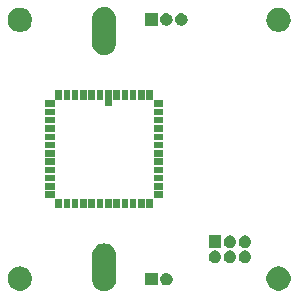
<source format=gbr>
G04 #@! TF.GenerationSoftware,KiCad,Pcbnew,(5.1.6)-1*
G04 #@! TF.CreationDate,2020-09-01T21:36:02-07:00*
G04 #@! TF.ProjectId,MiniCAM,4d696e69-4341-44d2-9e6b-696361645f70,rev?*
G04 #@! TF.SameCoordinates,Original*
G04 #@! TF.FileFunction,Soldermask,Bot*
G04 #@! TF.FilePolarity,Negative*
%FSLAX46Y46*%
G04 Gerber Fmt 4.6, Leading zero omitted, Abs format (unit mm)*
G04 Created by KiCad (PCBNEW (5.1.6)-1) date 2020-09-01 21:36:02*
%MOMM*%
%LPD*%
G01*
G04 APERTURE LIST*
%ADD10C,0.100000*%
G04 APERTURE END LIST*
D10*
G36*
X110691012Y-46089437D02*
G01*
X110884301Y-46148071D01*
X110884304Y-46148072D01*
X111062440Y-46243287D01*
X111218576Y-46371424D01*
X111346713Y-46527560D01*
X111441928Y-46705695D01*
X111441928Y-46705696D01*
X111441929Y-46705698D01*
X111500563Y-46898987D01*
X111515400Y-47049630D01*
X111515400Y-49150370D01*
X111500563Y-49301013D01*
X111455998Y-49447923D01*
X111441928Y-49494305D01*
X111346713Y-49672440D01*
X111218576Y-49828576D01*
X111062440Y-49956713D01*
X110884305Y-50051928D01*
X110884302Y-50051929D01*
X110691013Y-50110563D01*
X110490000Y-50130361D01*
X110288988Y-50110563D01*
X110095699Y-50051929D01*
X110095696Y-50051928D01*
X109917561Y-49956713D01*
X109761425Y-49828576D01*
X109633288Y-49672440D01*
X109538073Y-49494305D01*
X109524003Y-49447923D01*
X109479438Y-49301013D01*
X109464601Y-49150370D01*
X109464600Y-47049631D01*
X109479437Y-46898988D01*
X109538071Y-46705699D01*
X109538072Y-46705696D01*
X109633287Y-46527560D01*
X109761424Y-46371424D01*
X109917560Y-46243287D01*
X110095695Y-46148072D01*
X110095698Y-46148071D01*
X110288987Y-46089437D01*
X110490000Y-46069639D01*
X110691012Y-46089437D01*
G37*
G36*
X125400519Y-48034451D02*
G01*
X125549101Y-48064006D01*
X125735710Y-48141302D01*
X125903650Y-48253516D01*
X126046484Y-48396350D01*
X126158698Y-48564290D01*
X126235994Y-48750899D01*
X126275400Y-48949008D01*
X126275400Y-49150992D01*
X126235994Y-49349101D01*
X126158698Y-49535710D01*
X126046484Y-49703650D01*
X125903650Y-49846484D01*
X125735710Y-49958698D01*
X125549101Y-50035994D01*
X125400519Y-50065548D01*
X125350993Y-50075400D01*
X125149007Y-50075400D01*
X125099481Y-50065548D01*
X124950899Y-50035994D01*
X124764290Y-49958698D01*
X124596350Y-49846484D01*
X124453516Y-49703650D01*
X124341302Y-49535710D01*
X124264006Y-49349101D01*
X124224600Y-49150992D01*
X124224600Y-48949008D01*
X124264006Y-48750899D01*
X124341302Y-48564290D01*
X124453516Y-48396350D01*
X124596350Y-48253516D01*
X124764290Y-48141302D01*
X124950899Y-48064006D01*
X125099481Y-48034451D01*
X125149007Y-48024600D01*
X125350993Y-48024600D01*
X125400519Y-48034451D01*
G37*
G36*
X103500519Y-48034451D02*
G01*
X103649101Y-48064006D01*
X103835710Y-48141302D01*
X104003650Y-48253516D01*
X104146484Y-48396350D01*
X104258698Y-48564290D01*
X104335994Y-48750899D01*
X104375400Y-48949008D01*
X104375400Y-49150992D01*
X104335994Y-49349101D01*
X104258698Y-49535710D01*
X104146484Y-49703650D01*
X104003650Y-49846484D01*
X103835710Y-49958698D01*
X103649101Y-50035994D01*
X103500519Y-50065548D01*
X103450993Y-50075400D01*
X103249007Y-50075400D01*
X103199481Y-50065548D01*
X103050899Y-50035994D01*
X102864290Y-49958698D01*
X102696350Y-49846484D01*
X102553516Y-49703650D01*
X102441302Y-49535710D01*
X102364006Y-49349101D01*
X102324600Y-49150992D01*
X102324600Y-48949008D01*
X102364006Y-48750899D01*
X102441302Y-48564290D01*
X102553516Y-48396350D01*
X102696350Y-48253516D01*
X102864290Y-48141302D01*
X103050899Y-48064006D01*
X103199481Y-48034451D01*
X103249007Y-48024600D01*
X103450993Y-48024600D01*
X103500519Y-48034451D01*
G37*
G36*
X115845582Y-48594330D02*
G01*
X115913255Y-48607791D01*
X116008870Y-48647397D01*
X116094923Y-48704895D01*
X116168105Y-48778077D01*
X116168108Y-48778082D01*
X116225603Y-48864130D01*
X116265209Y-48959745D01*
X116285400Y-49061254D01*
X116285400Y-49164746D01*
X116265209Y-49266255D01*
X116250811Y-49301013D01*
X116225603Y-49361870D01*
X116168105Y-49447923D01*
X116094923Y-49521105D01*
X116008870Y-49578603D01*
X115913255Y-49618209D01*
X115845582Y-49631670D01*
X115811747Y-49638400D01*
X115708253Y-49638400D01*
X115674418Y-49631670D01*
X115606745Y-49618209D01*
X115511130Y-49578603D01*
X115425077Y-49521105D01*
X115351895Y-49447923D01*
X115294397Y-49361870D01*
X115269189Y-49301013D01*
X115254791Y-49266255D01*
X115234600Y-49164746D01*
X115234600Y-49061254D01*
X115254791Y-48959745D01*
X115294397Y-48864130D01*
X115351892Y-48778082D01*
X115351895Y-48778077D01*
X115425077Y-48704895D01*
X115511130Y-48647397D01*
X115606745Y-48607791D01*
X115674418Y-48594330D01*
X115708253Y-48587600D01*
X115811747Y-48587600D01*
X115845582Y-48594330D01*
G37*
G36*
X115015400Y-49638400D02*
G01*
X113964600Y-49638400D01*
X113964600Y-48587600D01*
X115015400Y-48587600D01*
X115015400Y-49638400D01*
G37*
G36*
X121218182Y-46674530D02*
G01*
X121285855Y-46687991D01*
X121381470Y-46727597D01*
X121467523Y-46785095D01*
X121540705Y-46858277D01*
X121540708Y-46858282D01*
X121598203Y-46944330D01*
X121637809Y-47039945D01*
X121658000Y-47141454D01*
X121658000Y-47244946D01*
X121637809Y-47346455D01*
X121598203Y-47442070D01*
X121540705Y-47528123D01*
X121467523Y-47601305D01*
X121381470Y-47658803D01*
X121285855Y-47698409D01*
X121218182Y-47711870D01*
X121184347Y-47718600D01*
X121080853Y-47718600D01*
X121047018Y-47711870D01*
X120979345Y-47698409D01*
X120883730Y-47658803D01*
X120797677Y-47601305D01*
X120724495Y-47528123D01*
X120666997Y-47442070D01*
X120627391Y-47346455D01*
X120607200Y-47244946D01*
X120607200Y-47141454D01*
X120627391Y-47039945D01*
X120666997Y-46944330D01*
X120724492Y-46858282D01*
X120724495Y-46858277D01*
X120797677Y-46785095D01*
X120883730Y-46727597D01*
X120979345Y-46687991D01*
X121047018Y-46674530D01*
X121080853Y-46667800D01*
X121184347Y-46667800D01*
X121218182Y-46674530D01*
G37*
G36*
X119948182Y-46674530D02*
G01*
X120015855Y-46687991D01*
X120111470Y-46727597D01*
X120197523Y-46785095D01*
X120270705Y-46858277D01*
X120270708Y-46858282D01*
X120328203Y-46944330D01*
X120367809Y-47039945D01*
X120388000Y-47141454D01*
X120388000Y-47244946D01*
X120367809Y-47346455D01*
X120328203Y-47442070D01*
X120270705Y-47528123D01*
X120197523Y-47601305D01*
X120111470Y-47658803D01*
X120015855Y-47698409D01*
X119948182Y-47711870D01*
X119914347Y-47718600D01*
X119810853Y-47718600D01*
X119777018Y-47711870D01*
X119709345Y-47698409D01*
X119613730Y-47658803D01*
X119527677Y-47601305D01*
X119454495Y-47528123D01*
X119396997Y-47442070D01*
X119357391Y-47346455D01*
X119337200Y-47244946D01*
X119337200Y-47141454D01*
X119357391Y-47039945D01*
X119396997Y-46944330D01*
X119454492Y-46858282D01*
X119454495Y-46858277D01*
X119527677Y-46785095D01*
X119613730Y-46727597D01*
X119709345Y-46687991D01*
X119777018Y-46674530D01*
X119810853Y-46667800D01*
X119914347Y-46667800D01*
X119948182Y-46674530D01*
G37*
G36*
X122488182Y-46674530D02*
G01*
X122555855Y-46687991D01*
X122651470Y-46727597D01*
X122737523Y-46785095D01*
X122810705Y-46858277D01*
X122810708Y-46858282D01*
X122868203Y-46944330D01*
X122907809Y-47039945D01*
X122928000Y-47141454D01*
X122928000Y-47244946D01*
X122907809Y-47346455D01*
X122868203Y-47442070D01*
X122810705Y-47528123D01*
X122737523Y-47601305D01*
X122651470Y-47658803D01*
X122555855Y-47698409D01*
X122488182Y-47711870D01*
X122454347Y-47718600D01*
X122350853Y-47718600D01*
X122317018Y-47711870D01*
X122249345Y-47698409D01*
X122153730Y-47658803D01*
X122067677Y-47601305D01*
X121994495Y-47528123D01*
X121936997Y-47442070D01*
X121897391Y-47346455D01*
X121877200Y-47244946D01*
X121877200Y-47141454D01*
X121897391Y-47039945D01*
X121936997Y-46944330D01*
X121994492Y-46858282D01*
X121994495Y-46858277D01*
X122067677Y-46785095D01*
X122153730Y-46727597D01*
X122249345Y-46687991D01*
X122317018Y-46674530D01*
X122350853Y-46667800D01*
X122454347Y-46667800D01*
X122488182Y-46674530D01*
G37*
G36*
X122488182Y-45404530D02*
G01*
X122555855Y-45417991D01*
X122651470Y-45457597D01*
X122737523Y-45515095D01*
X122810705Y-45588277D01*
X122810708Y-45588282D01*
X122868203Y-45674330D01*
X122907809Y-45769945D01*
X122928000Y-45871454D01*
X122928000Y-45974946D01*
X122907809Y-46076455D01*
X122868203Y-46172070D01*
X122810705Y-46258123D01*
X122737523Y-46331305D01*
X122677480Y-46371424D01*
X122651470Y-46388803D01*
X122555855Y-46428409D01*
X122488182Y-46441870D01*
X122454347Y-46448600D01*
X122350853Y-46448600D01*
X122317018Y-46441870D01*
X122249345Y-46428409D01*
X122153730Y-46388803D01*
X122127720Y-46371424D01*
X122067677Y-46331305D01*
X121994495Y-46258123D01*
X121936997Y-46172070D01*
X121897391Y-46076455D01*
X121877200Y-45974946D01*
X121877200Y-45871454D01*
X121897391Y-45769945D01*
X121936997Y-45674330D01*
X121994492Y-45588282D01*
X121994495Y-45588277D01*
X122067677Y-45515095D01*
X122153730Y-45457597D01*
X122249345Y-45417991D01*
X122317018Y-45404530D01*
X122350853Y-45397800D01*
X122454347Y-45397800D01*
X122488182Y-45404530D01*
G37*
G36*
X120388000Y-46448600D02*
G01*
X119337200Y-46448600D01*
X119337200Y-45397800D01*
X120388000Y-45397800D01*
X120388000Y-46448600D01*
G37*
G36*
X121218182Y-45404530D02*
G01*
X121285855Y-45417991D01*
X121381470Y-45457597D01*
X121467523Y-45515095D01*
X121540705Y-45588277D01*
X121540708Y-45588282D01*
X121598203Y-45674330D01*
X121637809Y-45769945D01*
X121658000Y-45871454D01*
X121658000Y-45974946D01*
X121637809Y-46076455D01*
X121598203Y-46172070D01*
X121540705Y-46258123D01*
X121467523Y-46331305D01*
X121407480Y-46371424D01*
X121381470Y-46388803D01*
X121285855Y-46428409D01*
X121218182Y-46441870D01*
X121184347Y-46448600D01*
X121080853Y-46448600D01*
X121047018Y-46441870D01*
X120979345Y-46428409D01*
X120883730Y-46388803D01*
X120857720Y-46371424D01*
X120797677Y-46331305D01*
X120724495Y-46258123D01*
X120666997Y-46172070D01*
X120627391Y-46076455D01*
X120607200Y-45974946D01*
X120607200Y-45871454D01*
X120627391Y-45769945D01*
X120666997Y-45674330D01*
X120724492Y-45588282D01*
X120724495Y-45588277D01*
X120797677Y-45515095D01*
X120883730Y-45457597D01*
X120979345Y-45417991D01*
X121047018Y-45404530D01*
X121080853Y-45397800D01*
X121184347Y-45397800D01*
X121218182Y-45404530D01*
G37*
G36*
X109015400Y-43080400D02*
G01*
X108464600Y-43080400D01*
X108464600Y-42289600D01*
X109015400Y-42289600D01*
X109015400Y-43080400D01*
G37*
G36*
X114615400Y-43080400D02*
G01*
X114064600Y-43080400D01*
X114064600Y-42289600D01*
X114615400Y-42289600D01*
X114615400Y-43080400D01*
G37*
G36*
X112515400Y-43080400D02*
G01*
X111964600Y-43080400D01*
X111964600Y-42289600D01*
X112515400Y-42289600D01*
X112515400Y-43080400D01*
G37*
G36*
X111115400Y-43080400D02*
G01*
X110564600Y-43080400D01*
X110564600Y-42289600D01*
X111115400Y-42289600D01*
X111115400Y-43080400D01*
G37*
G36*
X110415400Y-43080400D02*
G01*
X109864600Y-43080400D01*
X109864600Y-42289600D01*
X110415400Y-42289600D01*
X110415400Y-43080400D01*
G37*
G36*
X109715400Y-43080400D02*
G01*
X109164600Y-43080400D01*
X109164600Y-42289600D01*
X109715400Y-42289600D01*
X109715400Y-43080400D01*
G37*
G36*
X108315400Y-43080400D02*
G01*
X107764600Y-43080400D01*
X107764600Y-42289600D01*
X108315400Y-42289600D01*
X108315400Y-43080400D01*
G37*
G36*
X107615400Y-43080400D02*
G01*
X107064600Y-43080400D01*
X107064600Y-42289600D01*
X107615400Y-42289600D01*
X107615400Y-43080400D01*
G37*
G36*
X106915400Y-43080400D02*
G01*
X106364600Y-43080400D01*
X106364600Y-42289600D01*
X106915400Y-42289600D01*
X106915400Y-43080400D01*
G37*
G36*
X113915400Y-43080400D02*
G01*
X113364600Y-43080400D01*
X113364600Y-42289600D01*
X113915400Y-42289600D01*
X113915400Y-43080400D01*
G37*
G36*
X111815400Y-43080400D02*
G01*
X111264600Y-43080400D01*
X111264600Y-42289600D01*
X111815400Y-42289600D01*
X111815400Y-43080400D01*
G37*
G36*
X113215400Y-43080400D02*
G01*
X112664600Y-43080400D01*
X112664600Y-42289600D01*
X113215400Y-42289600D01*
X113215400Y-43080400D01*
G37*
G36*
X106300400Y-42225400D02*
G01*
X105509600Y-42225400D01*
X105509600Y-41674600D01*
X106300400Y-41674600D01*
X106300400Y-42225400D01*
G37*
G36*
X115470400Y-42225400D02*
G01*
X114679600Y-42225400D01*
X114679600Y-41674600D01*
X115470400Y-41674600D01*
X115470400Y-42225400D01*
G37*
G36*
X115470400Y-41525400D02*
G01*
X114679600Y-41525400D01*
X114679600Y-40974600D01*
X115470400Y-40974600D01*
X115470400Y-41525400D01*
G37*
G36*
X106300400Y-41525400D02*
G01*
X105509600Y-41525400D01*
X105509600Y-40974600D01*
X106300400Y-40974600D01*
X106300400Y-41525400D01*
G37*
G36*
X115470400Y-40825400D02*
G01*
X114679600Y-40825400D01*
X114679600Y-40274600D01*
X115470400Y-40274600D01*
X115470400Y-40825400D01*
G37*
G36*
X106300400Y-40825400D02*
G01*
X105509600Y-40825400D01*
X105509600Y-40274600D01*
X106300400Y-40274600D01*
X106300400Y-40825400D01*
G37*
G36*
X115470400Y-40125400D02*
G01*
X114679600Y-40125400D01*
X114679600Y-39574600D01*
X115470400Y-39574600D01*
X115470400Y-40125400D01*
G37*
G36*
X106300400Y-40125400D02*
G01*
X105509600Y-40125400D01*
X105509600Y-39574600D01*
X106300400Y-39574600D01*
X106300400Y-40125400D01*
G37*
G36*
X106300400Y-39425400D02*
G01*
X105509600Y-39425400D01*
X105509600Y-38874600D01*
X106300400Y-38874600D01*
X106300400Y-39425400D01*
G37*
G36*
X115470400Y-39425400D02*
G01*
X114679600Y-39425400D01*
X114679600Y-38874600D01*
X115470400Y-38874600D01*
X115470400Y-39425400D01*
G37*
G36*
X106300400Y-38725400D02*
G01*
X105509600Y-38725400D01*
X105509600Y-38174600D01*
X106300400Y-38174600D01*
X106300400Y-38725400D01*
G37*
G36*
X115470400Y-38725400D02*
G01*
X114679600Y-38725400D01*
X114679600Y-38174600D01*
X115470400Y-38174600D01*
X115470400Y-38725400D01*
G37*
G36*
X115470400Y-38025400D02*
G01*
X114679600Y-38025400D01*
X114679600Y-37474600D01*
X115470400Y-37474600D01*
X115470400Y-38025400D01*
G37*
G36*
X106300400Y-38025400D02*
G01*
X105509600Y-38025400D01*
X105509600Y-37474600D01*
X106300400Y-37474600D01*
X106300400Y-38025400D01*
G37*
G36*
X115470400Y-37325400D02*
G01*
X114679600Y-37325400D01*
X114679600Y-36774600D01*
X115470400Y-36774600D01*
X115470400Y-37325400D01*
G37*
G36*
X106300400Y-37325400D02*
G01*
X105509600Y-37325400D01*
X105509600Y-36774600D01*
X106300400Y-36774600D01*
X106300400Y-37325400D01*
G37*
G36*
X115470400Y-36625400D02*
G01*
X114679600Y-36625400D01*
X114679600Y-36074600D01*
X115470400Y-36074600D01*
X115470400Y-36625400D01*
G37*
G36*
X106300400Y-36625400D02*
G01*
X105509600Y-36625400D01*
X105509600Y-36074600D01*
X106300400Y-36074600D01*
X106300400Y-36625400D01*
G37*
G36*
X115470400Y-35925400D02*
G01*
X114679600Y-35925400D01*
X114679600Y-35374600D01*
X115470400Y-35374600D01*
X115470400Y-35925400D01*
G37*
G36*
X106300400Y-35925400D02*
G01*
X105509600Y-35925400D01*
X105509600Y-35374600D01*
X106300400Y-35374600D01*
X106300400Y-35925400D01*
G37*
G36*
X115470400Y-35225400D02*
G01*
X114679600Y-35225400D01*
X114679600Y-34674600D01*
X115470400Y-34674600D01*
X115470400Y-35225400D01*
G37*
G36*
X106300400Y-35225400D02*
G01*
X105509600Y-35225400D01*
X105509600Y-34674600D01*
X106300400Y-34674600D01*
X106300400Y-35225400D01*
G37*
G36*
X115470400Y-34525400D02*
G01*
X114679600Y-34525400D01*
X114679600Y-33974600D01*
X115470400Y-33974600D01*
X115470400Y-34525400D01*
G37*
G36*
X106300400Y-34525400D02*
G01*
X105509600Y-34525400D01*
X105509600Y-33974600D01*
X106300400Y-33974600D01*
X106300400Y-34525400D01*
G37*
G36*
X111115400Y-34418400D02*
G01*
X110564600Y-34418400D01*
X110564600Y-33119600D01*
X111115400Y-33119600D01*
X111115400Y-34418400D01*
G37*
G36*
X109015400Y-33910400D02*
G01*
X108464600Y-33910400D01*
X108464600Y-33119600D01*
X109015400Y-33119600D01*
X109015400Y-33910400D01*
G37*
G36*
X108315400Y-33910400D02*
G01*
X107764600Y-33910400D01*
X107764600Y-33119600D01*
X108315400Y-33119600D01*
X108315400Y-33910400D01*
G37*
G36*
X107615400Y-33910400D02*
G01*
X107064600Y-33910400D01*
X107064600Y-33119600D01*
X107615400Y-33119600D01*
X107615400Y-33910400D01*
G37*
G36*
X114615400Y-33910400D02*
G01*
X114064600Y-33910400D01*
X114064600Y-33119600D01*
X114615400Y-33119600D01*
X114615400Y-33910400D01*
G37*
G36*
X113915400Y-33910400D02*
G01*
X113364600Y-33910400D01*
X113364600Y-33119600D01*
X113915400Y-33119600D01*
X113915400Y-33910400D01*
G37*
G36*
X113215400Y-33910400D02*
G01*
X112664600Y-33910400D01*
X112664600Y-33119600D01*
X113215400Y-33119600D01*
X113215400Y-33910400D01*
G37*
G36*
X112515400Y-33910400D02*
G01*
X111964600Y-33910400D01*
X111964600Y-33119600D01*
X112515400Y-33119600D01*
X112515400Y-33910400D01*
G37*
G36*
X111815400Y-33910400D02*
G01*
X111264600Y-33910400D01*
X111264600Y-33119600D01*
X111815400Y-33119600D01*
X111815400Y-33910400D01*
G37*
G36*
X110415400Y-33910400D02*
G01*
X109864600Y-33910400D01*
X109864600Y-33119600D01*
X110415400Y-33119600D01*
X110415400Y-33910400D01*
G37*
G36*
X106915400Y-33910400D02*
G01*
X106364600Y-33910400D01*
X106364600Y-33119600D01*
X106915400Y-33119600D01*
X106915400Y-33910400D01*
G37*
G36*
X109715400Y-33910400D02*
G01*
X109164600Y-33910400D01*
X109164600Y-33119600D01*
X109715400Y-33119600D01*
X109715400Y-33910400D01*
G37*
G36*
X110691012Y-26089437D02*
G01*
X110884301Y-26148071D01*
X110884304Y-26148072D01*
X111062440Y-26243287D01*
X111218576Y-26371424D01*
X111346713Y-26527560D01*
X111441928Y-26705695D01*
X111441928Y-26705696D01*
X111441929Y-26705698D01*
X111500563Y-26898987D01*
X111515400Y-27049630D01*
X111515400Y-29150370D01*
X111500563Y-29301013D01*
X111441929Y-29494302D01*
X111441928Y-29494305D01*
X111346713Y-29672440D01*
X111218576Y-29828576D01*
X111062440Y-29956713D01*
X110884305Y-30051928D01*
X110884302Y-30051929D01*
X110691013Y-30110563D01*
X110490000Y-30130361D01*
X110288988Y-30110563D01*
X110095699Y-30051929D01*
X110095696Y-30051928D01*
X109917561Y-29956713D01*
X109761425Y-29828576D01*
X109633288Y-29672440D01*
X109538073Y-29494305D01*
X109538072Y-29494302D01*
X109479438Y-29301013D01*
X109464601Y-29150370D01*
X109464600Y-27049631D01*
X109479437Y-26898988D01*
X109538071Y-26705699D01*
X109538072Y-26705696D01*
X109633287Y-26527560D01*
X109761424Y-26371424D01*
X109917560Y-26243287D01*
X110095695Y-26148072D01*
X110095698Y-26148071D01*
X110288987Y-26089437D01*
X110490000Y-26069639D01*
X110691012Y-26089437D01*
G37*
G36*
X103500519Y-26134452D02*
G01*
X103649101Y-26164006D01*
X103835710Y-26241302D01*
X104003650Y-26353516D01*
X104146484Y-26496350D01*
X104258698Y-26664290D01*
X104335994Y-26850899D01*
X104357645Y-26959747D01*
X104375400Y-27049007D01*
X104375400Y-27250993D01*
X104372364Y-27266255D01*
X104335994Y-27449101D01*
X104258698Y-27635710D01*
X104146484Y-27803650D01*
X104003650Y-27946484D01*
X103835710Y-28058698D01*
X103649101Y-28135994D01*
X103500519Y-28165549D01*
X103450993Y-28175400D01*
X103249007Y-28175400D01*
X103199481Y-28165549D01*
X103050899Y-28135994D01*
X102864290Y-28058698D01*
X102696350Y-27946484D01*
X102553516Y-27803650D01*
X102441302Y-27635710D01*
X102364006Y-27449101D01*
X102327636Y-27266255D01*
X102324600Y-27250993D01*
X102324600Y-27049007D01*
X102342355Y-26959747D01*
X102364006Y-26850899D01*
X102441302Y-26664290D01*
X102553516Y-26496350D01*
X102696350Y-26353516D01*
X102864290Y-26241302D01*
X103050899Y-26164006D01*
X103199481Y-26134452D01*
X103249007Y-26124600D01*
X103450993Y-26124600D01*
X103500519Y-26134452D01*
G37*
G36*
X125400519Y-26134452D02*
G01*
X125549101Y-26164006D01*
X125735710Y-26241302D01*
X125903650Y-26353516D01*
X126046484Y-26496350D01*
X126158698Y-26664290D01*
X126235994Y-26850899D01*
X126257645Y-26959747D01*
X126275400Y-27049007D01*
X126275400Y-27250993D01*
X126272364Y-27266255D01*
X126235994Y-27449101D01*
X126158698Y-27635710D01*
X126046484Y-27803650D01*
X125903650Y-27946484D01*
X125735710Y-28058698D01*
X125549101Y-28135994D01*
X125400519Y-28165549D01*
X125350993Y-28175400D01*
X125149007Y-28175400D01*
X125099481Y-28165549D01*
X124950899Y-28135994D01*
X124764290Y-28058698D01*
X124596350Y-27946484D01*
X124453516Y-27803650D01*
X124341302Y-27635710D01*
X124264006Y-27449101D01*
X124227636Y-27266255D01*
X124224600Y-27250993D01*
X124224600Y-27049007D01*
X124242355Y-26959747D01*
X124264006Y-26850899D01*
X124341302Y-26664290D01*
X124453516Y-26496350D01*
X124596350Y-26353516D01*
X124764290Y-26241302D01*
X124950899Y-26164006D01*
X125099481Y-26134452D01*
X125149007Y-26124600D01*
X125350993Y-26124600D01*
X125400519Y-26134452D01*
G37*
G36*
X117115582Y-26594330D02*
G01*
X117183255Y-26607791D01*
X117278870Y-26647397D01*
X117364923Y-26704895D01*
X117438105Y-26778077D01*
X117438108Y-26778082D01*
X117495603Y-26864130D01*
X117535209Y-26959745D01*
X117555400Y-27061254D01*
X117555400Y-27164746D01*
X117535209Y-27266255D01*
X117495603Y-27361870D01*
X117438105Y-27447923D01*
X117364923Y-27521105D01*
X117278870Y-27578603D01*
X117183255Y-27618209D01*
X117115582Y-27631670D01*
X117081747Y-27638400D01*
X116978253Y-27638400D01*
X116944418Y-27631670D01*
X116876745Y-27618209D01*
X116781130Y-27578603D01*
X116695077Y-27521105D01*
X116621895Y-27447923D01*
X116564397Y-27361870D01*
X116524791Y-27266255D01*
X116504600Y-27164746D01*
X116504600Y-27061254D01*
X116524791Y-26959745D01*
X116564397Y-26864130D01*
X116621892Y-26778082D01*
X116621895Y-26778077D01*
X116695077Y-26704895D01*
X116781130Y-26647397D01*
X116876745Y-26607791D01*
X116944418Y-26594330D01*
X116978253Y-26587600D01*
X117081747Y-26587600D01*
X117115582Y-26594330D01*
G37*
G36*
X115845582Y-26594330D02*
G01*
X115913255Y-26607791D01*
X116008870Y-26647397D01*
X116094923Y-26704895D01*
X116168105Y-26778077D01*
X116168108Y-26778082D01*
X116225603Y-26864130D01*
X116265209Y-26959745D01*
X116285400Y-27061254D01*
X116285400Y-27164746D01*
X116265209Y-27266255D01*
X116225603Y-27361870D01*
X116168105Y-27447923D01*
X116094923Y-27521105D01*
X116008870Y-27578603D01*
X115913255Y-27618209D01*
X115845582Y-27631670D01*
X115811747Y-27638400D01*
X115708253Y-27638400D01*
X115674418Y-27631670D01*
X115606745Y-27618209D01*
X115511130Y-27578603D01*
X115425077Y-27521105D01*
X115351895Y-27447923D01*
X115294397Y-27361870D01*
X115254791Y-27266255D01*
X115234600Y-27164746D01*
X115234600Y-27061254D01*
X115254791Y-26959745D01*
X115294397Y-26864130D01*
X115351892Y-26778082D01*
X115351895Y-26778077D01*
X115425077Y-26704895D01*
X115511130Y-26647397D01*
X115606745Y-26607791D01*
X115674418Y-26594330D01*
X115708253Y-26587600D01*
X115811747Y-26587600D01*
X115845582Y-26594330D01*
G37*
G36*
X115015400Y-27638400D02*
G01*
X113964600Y-27638400D01*
X113964600Y-26587600D01*
X115015400Y-26587600D01*
X115015400Y-27638400D01*
G37*
M02*

</source>
